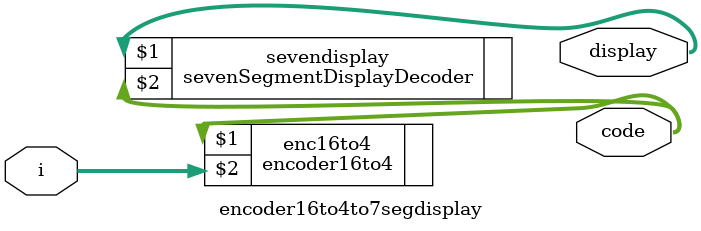
<source format=v>
/* 模組名稱：encoder16to4to7segdisplay
   著作權宣告：copyright 2012 林博仁(pika1021@gmail.com)
   */
`ifndef ENC16TO4TO7SEGDISPLAY
	`define ENC16TO4TO7SEGDISPLAY
	`timescale 1ns / 100ps
	`include "Source_code/encoder16to4/encoder16to4.v"
	`include "Source_code/sevenSegmentDisplayDecoder/sevenSegmentDisplayDecoder.v"

	module encoder16to4to7segdisplay(display, code, i);
		input [15:0]i;
		output [6:0]display;
		output [3:0]code;
		//wire [3:0]code;
		
		encoder16to4 enc16to4(code, i);
		sevenSegmentDisplayDecoder sevendisplay(display, code);
	endmodule
`endif
</source>
